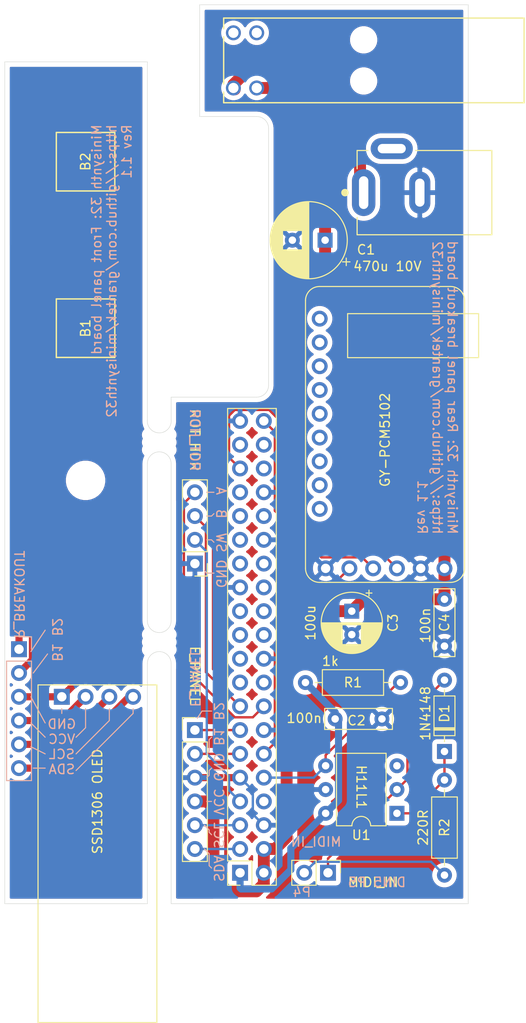
<source format=kicad_pcb>
(kicad_pcb (version 20171130) (host pcbnew 5.99.0+really5.1.9+dfsg1-1)
  (title_block (title "Minisynth 32: Rear panel breakout and front panel board") (rev 1.1) (company https://github.com/grantek/minisynth32) (comment 1 "ClumsyMIDI footprints (c) Andreas Zdziarstek") (comment 2 "(c) 2021 Grant King CC-BY-SA-4.0"))
  (layers (0 F.Cu signal) (31 B.Cu signal) (34 B.Paste user) (35 F.Paste user) (36 B.SilkS user) (37 F.SilkS user) (38 B.Mask user) (39 F.Mask user) (44 Edge.Cuts user))
  (net 0 "")
  (net 1 +5V)
  (net 2 GND)
  (net 3 I2S_LRCLK)
  (net 4 I2S_DATA)
  (net 5 I2S_BCLK)
  (net 6 "Net-(A1-Pad7)")
  (net 7 "Net-(A1-Pad8)")
  (net 8 "Net-(A1-Pad9)")
  (net 9 "Net-(A1-Pad10)")
  (net 10 "Net-(A1-Pad11)")
  (net 11 "Net-(A1-Pad12)")
  (net 12 "Net-(A1-Pad13)")
  (net 13 "Net-(A1-Pad14)")
  (net 14 "Net-(A1-Pad15)")
  (net 15 +3V3)
  (net 16 "Net-(D1-Pad2)")
  (net 17 "Net-(D1-Pad1)")
  (net 18 I2C_SDA)
  (net 19 I2C_SCL)
  (net 20 BTN2)
  (net 21 BTN1)
  (net 22 "/GPIO20(SPI1_MOSI)")
  (net 23 /GPIO26)
  (net 24 /GPIO16)
  (net 25 "/GPIO13(PWM1)")
  (net 26 "/GPIO12(PWM0)")
  (net 27 /GPIO6)
  (net 28 /GPIO5)
  (net 29 /ID_SC)
  (net 30 /ID_SD)
  (net 31 "/GPIO7(SPI1_CE_N)")
  (net 32 "/GPIO8(SPI0_CE_N)")
  (net 33 "/GPIO11(SPI0_CLK)")
  (net 34 "/GPIO25(GEN6)")
  (net 35 "/GPIO9(SPI0_MISO)")
  (net 36 "/GPIO10(SPI0_MOSI)")
  (net 37 "/GPIO24(GEN5)")
  (net 38 ENC_DAT)
  (net 39 ENC_CLK)
  (net 40 "/GPIO15(RXD0)")
  (net 41 "/GPIO14(TXD0)")
  (net 42 ENC_BTN)
  (net 43 "Net-(J3-Pad3)")
  (net 44 "Net-(J3-Pad1)")
  (net 45 "Net-(J5-Pad2)")
  (net 46 "Net-(U1-Pad3)")
  (net 47 "Net-(SW2-Pad4)")
  (net 48 "Net-(SW2-Pad3)")
  (net 49 "Net-(J2-Pad17)")
  (net 50 "Net-(J6-Pad6)")
  (net 51 "Net-(J6-Pad5)")
  (net 52 "Net-(J6-Pad4)")
  (net 53 "Net-(J6-Pad3)")
  (net 54 "Net-(J6-Pad2)")
  (net 55 "Net-(J6-Pad1)")
  (module Resistor_THT:R_Axial_DIN0207_L6.3mm_D2.5mm_P10.16mm_Horizontal (layer F.Cu) (at 154.051 116.332 180)
    (fp_text reference R1 (at 5.08 0) (layer F.SilkS))
    (fp_text value 1k (at 7.493 2.286) (layer F.SilkS))
    (pad 2 thru_hole oval (at 10.16 0 180) (size 1.6 1.6) (drill 0.8) (layers *.Cu *.Mask) (net 15 +3V3))
    (pad 1 thru_hole circle (at 0 0 180) (size 1.6 1.6) (drill 0.8) (layers *.Cu *.Mask) (net 40 "/GPIO15(RXD0)"))
  )
  (module Resistor_THT:R_Axial_DIN0207_L6.3mm_D2.5mm_P10.16mm_Horizontal (layer F.Cu) (at 158.75 136.906 90)
    (fp_text reference R2 (at 5.08 0 90) (layer F.SilkS))
    (fp_text value 220R (at 5.08 -2.286 90) (layer F.SilkS))
    (pad 2 thru_hole oval (at 10.16 0 90) (size 1.6 1.6) (drill 0.8) (layers *.Cu *.Mask) (net 17 "Net-(D1-Pad1)"))
    (pad 1 thru_hole circle (at 0 0 90) (size 1.6 1.6) (drill 0.8) (layers *.Cu *.Mask) (net 45 "Net-(J5-Pad2)"))
  )
  (module Capacitor_THT:CP_Radial_D6.3mm_P2.50mm (layer F.Cu) (at 148.844 108.712 270)
    (fp_text reference C3 (at 1.25 -4.4 90) (layer F.SilkS))
    (fp_text value 100u (at 1.25 4.4 90) (layer F.SilkS))
    (pad 2 thru_hole circle (at 2.5 0 270) (size 1.6 1.6) (drill 0.8) (layers *.Cu *.Mask) (net 2 GND))
    (pad 1 thru_hole rect (at 0 0 270) (size 1.6 1.6) (drill 0.8) (layers *.Cu *.Mask) (net 1 +5V))
  )
  (module minisynth32:SSD1306_128_32 (layer F.Cu) (at 121.666 134.62 90)
    (fp_text reference J7 hide)
    (fp_text value "SSD1306 OLED" (at 5.588 0 90) (layer F.SilkS))
    (pad 4 thru_hole oval (at 16.764 3.81 90) (size 1.7 1.7) (drill 1) (layers *.Cu *.Mask) (net 50 "Net-(J6-Pad6)"))
    (pad 3 thru_hole oval (at 16.764 1.27 90) (size 1.7 1.7) (drill 1) (layers *.Cu *.Mask) (net 51 "Net-(J6-Pad5)"))
    (pad 2 thru_hole oval (at 16.764 -1.27 90) (size 1.7 1.7) (drill 1) (layers *.Cu *.Mask) (net 52 "Net-(J6-Pad4)"))
    (pad 1 thru_hole rect (at 16.764 -3.81 90) (size 1.7 1.7) (drill 1) (layers *.Cu *.Mask) (net 53 "Net-(J6-Pad3)"))
  )
  (module minisynth32:TL3301AF160QG-nopaste (layer F.Cu) (at 120.396 60.706 90)
    (fp_text reference SW3 hide)
    (fp_text value B2 (at 0 0 90) (layer F.SilkS))
    (pad 1 smd rect (at -4.5974 2.2479 90) (size 1.524 0.762) (layers F.Cu F.Mask) (net 53 "Net-(J6-Pad3)"))
    (pad 3 smd rect (at -4.5974 -2.2479 90) (size 1.524 0.762) (layers F.Cu F.Mask) (net 55 "Net-(J6-Pad1)"))
    (pad 4 smd rect (at 4.5974 -2.2479 90) (size 1.524 0.762) (layers F.Cu F.Mask) (net 55 "Net-(J6-Pad1)"))
    (pad 2 smd rect (at 4.5974 2.2479 90) (size 1.524 0.762) (layers F.Cu F.Mask) (net 53 "Net-(J6-Pad3)"))
  )
  (module minisynth32:PB400EEQR1BLK (layer F.Cu) (at 136.1948 52.832 90)
    (fp_text reference SW2 hide)
    (fp_text value PB400EEQR1BLK hide)
    (pad 6 np_thru_hole circle (at 5.1435 13.9192 90) (size 1.905 1.905) (drill 1.905) (layers *.Cu *.Mask))
    (pad 5 np_thru_hole circle (at 0.7493 13.9192 90) (size 1.905 1.905) (drill 1.905) (layers *.Cu *.Mask))
    (pad 4 thru_hole circle (at 5.8928 2.4892 90) (size 1.6002 1.6002) (drill 1.0922) (layers *.Cu *.Mask) (net 47 "Net-(SW2-Pad4)"))
    (pad 3 thru_hole circle (at 5.8928 0 90) (size 1.6002 1.6002) (drill 1.0922) (layers *.Cu *.Mask) (net 48 "Net-(SW2-Pad3)"))
    (pad 2 thru_hole circle (at 0 2.4892 90) (size 1.6002 1.6002) (drill 1.0922) (layers *.Cu *.Mask) (net 1 +5V))
    (pad 1 thru_hole circle (at 0 0 90) (size 1.6002 1.6002) (drill 1.0922) (layers *.Cu *.Mask) (net 44 "Net-(J3-Pad1)"))
  )
  (module minisynth32:TL3301AF160QG-nopaste (layer F.Cu) (at 120.396 78.486 90)
    (fp_text reference SW1 hide)
    (fp_text value B1 (at 0 0 90) (layer F.SilkS))
    (pad 1 smd rect (at -4.5974 2.2479 90) (size 1.524 0.762) (layers F.Cu F.Mask) (net 53 "Net-(J6-Pad3)"))
    (pad 3 smd rect (at -4.5974 -2.2479 90) (size 1.524 0.762) (layers F.Cu F.Mask) (net 54 "Net-(J6-Pad2)"))
    (pad 4 smd rect (at 4.5974 -2.2479 90) (size 1.524 0.762) (layers F.Cu F.Mask) (net 54 "Net-(J6-Pad2)"))
    (pad 2 smd rect (at 4.5974 2.2479 90) (size 1.524 0.762) (layers F.Cu F.Mask) (net 53 "Net-(J6-Pad3)"))
  )
  (module minisynth32:PinHeader_1x06_P2.54mm_Vertical (layer B.Cu) (at 113.284 112.776 180)
    (fp_text reference J6 hide)
    (fp_text value R_BREAKOUT (at 0 5.842 -90 unlocked) (layer B.SilkS) (effects (justify mirror)))
    (pad 6 thru_hole oval (at 0 -12.7 180) (size 1.7 1.7) (drill 1) (layers *.Cu *.Mask) (net 50 "Net-(J6-Pad6)"))
    (pad 5 thru_hole oval (at 0 -10.16 180) (size 1.7 1.7) (drill 1) (layers *.Cu *.Mask) (net 51 "Net-(J6-Pad5)"))
    (pad 4 thru_hole oval (at 0 -7.62 180) (size 1.7 1.7) (drill 1) (layers *.Cu *.Mask) (net 52 "Net-(J6-Pad4)"))
    (pad 3 thru_hole oval (at 0 -5.08 180) (size 1.7 1.7) (drill 1) (layers *.Cu *.Mask) (net 53 "Net-(J6-Pad3)"))
    (pad 2 thru_hole oval (at 0 -2.54 180) (size 1.7 1.7) (drill 1) (layers *.Cu *.Mask) (net 54 "Net-(J6-Pad2)"))
    (pad 1 thru_hole rect (at 0 0 180) (size 1.7 1.7) (drill 1) (layers *.Cu *.Mask) (net 55 "Net-(J6-Pad1)"))
  )
  (module minisynth32:PinHeader_1x02_P2.54mm_Vertical (layer F.Cu) (at 146.304 136.652 270)
    (fp_text reference J5 hide)
    (fp_text value MIDI_IN (at 1.016 -4.826 180) (layer F.SilkS))
    (pad 2 thru_hole oval (at 0 2.54 270) (size 1.7 1.7) (drill 1) (layers *.Cu *.Mask) (net 45 "Net-(J5-Pad2)"))
    (pad 1 thru_hole rect (at 0 0 270) (size 1.7 1.7) (drill 1) (layers *.Cu *.Mask) (net 16 "Net-(D1-Pad2)"))
  )
  (module minisynth32:PinHeader_1x04_P2.54mm_Vertical (layer F.Cu) (at 132.08 103.632 180)
    (fp_text reference J4 hide)
    (fp_text value ROT_HDR (at 0 13.208 270 unlocked) (layer F.SilkS))
    (pad 4 thru_hole oval (at 0 7.62 180) (size 1.7 1.7) (drill 1) (layers *.Cu *.Mask) (net 38 ENC_DAT))
    (pad 3 thru_hole oval (at 0 5.08 180) (size 1.7 1.7) (drill 1) (layers *.Cu *.Mask) (net 39 ENC_CLK))
    (pad 2 thru_hole oval (at 0 2.54 180) (size 1.7 1.7) (drill 1) (layers *.Cu *.Mask) (net 42 ENC_BTN))
    (pad 1 thru_hole rect (at 0 0 180) (size 1.7 1.7) (drill 1) (layers *.Cu *.Mask) (net 2 GND))
  )
  (module minisynth32:CUI_PJ-002A (layer F.Cu) (at 150.114 64.008)
    (fp_text reference J3 hide)
    (fp_text value PJ-002A hide)
    (pad 3 thru_hole oval (at 3 -4.7) (size 4.5 2.25) (drill oval 3 1) (layers *.Cu *.Mask) (net 43 "Net-(J3-Pad3)"))
    (pad 2 thru_hole oval (at 6 0) (size 2.25 4.5) (drill oval 1 3) (layers *.Cu *.Mask) (net 2 GND))
    (pad 1 thru_hole oval (at 0 0) (size 2.5 5) (drill oval 1 3.5) (layers *.Cu *.Mask) (net 44 "Net-(J3-Pad1)"))
  )
  (module minisynth32:PinHeader_1x06_P2.54mm_Vertical (layer F.Cu) (at 132.08 121.412)
    (fp_text reference J1 hide)
    (fp_text value F_PANEL (at 0 -5.842 270 unlocked) (layer F.SilkS))
    (pad 6 thru_hole oval (at 0 12.7) (size 1.7 1.7) (drill 1) (layers *.Cu *.Mask) (net 18 I2C_SDA))
    (pad 5 thru_hole oval (at 0 10.16) (size 1.7 1.7) (drill 1) (layers *.Cu *.Mask) (net 19 I2C_SCL))
    (pad 4 thru_hole oval (at 0 7.62) (size 1.7 1.7) (drill 1) (layers *.Cu *.Mask) (net 1 +5V))
    (pad 3 thru_hole oval (at 0 5.08) (size 1.7 1.7) (drill 1) (layers *.Cu *.Mask) (net 2 GND))
    (pad 2 thru_hole oval (at 0 2.54) (size 1.7 1.7) (drill 1) (layers *.Cu *.Mask) (net 21 BTN1))
    (pad 1 thru_hole rect (at 0 0) (size 1.7 1.7) (drill 1) (layers *.Cu *.Mask) (net 20 BTN2))
  )
  (module minisynth32:GY-PCM5102 (layer F.Cu) (at 152.4 89.835 90)
    (fp_text reference A1 hide)
    (fp_text value GY-PCM5102 (at -0.589 0 90) (layer F.SilkS))
    (pad 6 thru_hole circle (at -14.305 6.35 90) (size 1.7 1.7) (drill 1) (layers *.Cu *.Mask) (net 1 +5V))
    (pad 5 thru_hole circle (at -14.305 3.81 90) (size 1.7 1.7) (drill 1) (layers *.Cu *.Mask) (net 2 GND))
    (pad 4 thru_hole circle (at -14.305 1.27 90) (size 1.7 1.7) (drill 1) (layers *.Cu *.Mask) (net 3 I2S_LRCLK))
    (pad 3 thru_hole circle (at -14.305 -1.27 90) (size 1.7 1.7) (drill 1) (layers *.Cu *.Mask) (net 4 I2S_DATA))
    (pad 2 thru_hole circle (at -14.305 -3.81 90) (size 1.7 1.7) (drill 1) (layers *.Cu *.Mask) (net 5 I2S_BCLK))
    (pad 1 thru_hole circle (at -14.305 -6.35 90) (size 1.7 1.7) (drill 1) (layers *.Cu *.Mask) (net 2 GND))
    (pad 7 thru_hole circle (at 12.365 -6.985 90) (size 1.7 1.7) (drill 1) (layers *.Cu *.Mask) (net 6 "Net-(A1-Pad7)"))
    (pad 8 thru_hole circle (at 9.825 -6.985 90) (size 1.7 1.7) (drill 1) (layers *.Cu *.Mask) (net 7 "Net-(A1-Pad8)"))
    (pad 9 thru_hole circle (at 7.285 -6.985 90) (size 1.7 1.7) (drill 1) (layers *.Cu *.Mask) (net 8 "Net-(A1-Pad9)"))
    (pad 10 thru_hole circle (at 4.745 -6.985 90) (size 1.7 1.7) (drill 1) (layers *.Cu *.Mask) (net 9 "Net-(A1-Pad10)"))
    (pad 11 thru_hole circle (at 2.205 -6.985 90) (size 1.7 1.7) (drill 1) (layers *.Cu *.Mask) (net 10 "Net-(A1-Pad11)"))
    (pad 12 thru_hole circle (at -0.335 -6.985 90) (size 1.7 1.7) (drill 1) (layers *.Cu *.Mask) (net 11 "Net-(A1-Pad12)"))
    (pad 13 thru_hole circle (at -2.875 -6.985 90) (size 1.7 1.7) (drill 1) (layers *.Cu *.Mask) (net 12 "Net-(A1-Pad13)"))
    (pad 14 thru_hole circle (at -5.415 -6.985 90) (size 1.7 1.7) (drill 1) (layers *.Cu *.Mask) (net 13 "Net-(A1-Pad14)"))
    (pad 15 thru_hole circle (at -7.955 -6.985 90) (size 1.7 1.7) (drill 1) (layers *.Cu *.Mask) (net 14 "Net-(A1-Pad15)"))
  )
  (module minisynth32:mouse-bite-2.54mm-slot (layer F.Cu) (at 128.27 112.014 90)
    (fp_text reference mouse-bite-2.54mm-slot hide)
    (fp_text value VAL** hide)
    (pad "" np_thru_hole circle (at 0.8 1.1 90) (size 0.5 0.5) (drill 0.5) (layers *.Cu *.Mask))
    (pad "" np_thru_hole circle (at -0.8 1.1 90) (size 0.5 0.5) (drill 0.5) (layers *.Cu *.Mask))
    (pad "" np_thru_hole circle (at -0.8 -1.1 90) (size 0.5 0.5) (drill 0.5) (layers *.Cu *.Mask))
    (pad "" np_thru_hole circle (at 0.8 -1.1 90) (size 0.5 0.5) (drill 0.5) (layers *.Cu *.Mask))
    (pad "" np_thru_hole circle (at 0 1.1 90) (size 0.5 0.5) (drill 0.5) (layers *.Cu *.Mask))
    (pad "" np_thru_hole circle (at 0 -1.1 90) (size 0.5 0.5) (drill 0.5) (layers *.Cu *.Mask))
  )
  (module minisynth32:mouse-bite-2.54mm-slot (layer F.Cu) (at 128.27 90.678 90)
    (fp_text reference mouse-bite-2.54mm-slot hide)
    (fp_text value VAL** hide)
    (pad "" np_thru_hole circle (at 0 -1.1 90) (size 0.5 0.5) (drill 0.5) (layers *.Cu *.Mask))
    (pad "" np_thru_hole circle (at 0 1.1 90) (size 0.5 0.5) (drill 0.5) (layers *.Cu *.Mask))
    (pad "" np_thru_hole circle (at 0.8 -1.1 90) (size 0.5 0.5) (drill 0.5) (layers *.Cu *.Mask))
    (pad "" np_thru_hole circle (at -0.8 -1.1 90) (size 0.5 0.5) (drill 0.5) (layers *.Cu *.Mask))
    (pad "" np_thru_hole circle (at -0.8 1.1 90) (size 0.5 0.5) (drill 0.5) (layers *.Cu *.Mask))
    (pad "" np_thru_hole circle (at 0.8 1.1 90) (size 0.5 0.5) (drill 0.5) (layers *.Cu *.Mask))
  )
  (module MountingHole:MountingHole_3.2mm_M3 (layer F.Cu) (at 120.396 94.742)
    (fp_text reference REF** hide)
    (fp_text value MountingHole_3.2mm_M3 hide)
    (pad 1 np_thru_hole circle (at 0 0) (size 3.2 3.2) (drill 3.2) (layers *.Cu *.Mask))
  )
  (module Package_DIP:DIP-6_W7.62mm (layer F.Cu) (at 153.67 130.302 180)
    (fp_text reference U1 (at 3.81 -2.33) (layer F.SilkS))
    (fp_text value H11L1 (at 3.81 2.794 270 unlocked) (layer F.SilkS))
    (pad 6 thru_hole oval (at 7.62 0 180) (size 1.6 1.6) (drill 0.8) (layers *.Cu *.Mask) (net 15 +3V3))
    (pad 3 thru_hole oval (at 0 5.08 180) (size 1.6 1.6) (drill 0.8) (layers *.Cu *.Mask) (net 46 "Net-(U1-Pad3)"))
    (pad 5 thru_hole oval (at 7.62 2.54 180) (size 1.6 1.6) (drill 0.8) (layers *.Cu *.Mask) (net 2 GND))
    (pad 2 thru_hole oval (at 0 2.54 180) (size 1.6 1.6) (drill 0.8) (layers *.Cu *.Mask) (net 16 "Net-(D1-Pad2)"))
    (pad 4 thru_hole oval (at 7.62 5.08 180) (size 1.6 1.6) (drill 0.8) (layers *.Cu *.Mask) (net 40 "/GPIO15(RXD0)"))
    (pad 1 thru_hole rect (at 0 0 180) (size 1.6 1.6) (drill 0.8) (layers *.Cu *.Mask) (net 17 "Net-(D1-Pad1)"))
  )
  (module Connector_PinSocket_2.54mm:PinSocket_2x20_P2.54mm_Vertical (layer F.Cu) (at 136.906 136.652 180)
    (fp_text reference J2 hide)
    (fp_text value Conn_02x20_Odd_Even hide)
    (pad 40 thru_hole oval (at -2.54 48.26 180) (size 1.7 1.7) (drill 1) (layers *.Cu *.Mask) (net 4 I2S_DATA))
    (pad 39 thru_hole oval (at 0 48.26 180) (size 1.7 1.7) (drill 1) (layers *.Cu *.Mask) (net 2 GND))
    (pad 38 thru_hole oval (at -2.54 45.72 180) (size 1.7 1.7) (drill 1) (layers *.Cu *.Mask) (net 22 "/GPIO20(SPI1_MOSI)"))
    (pad 37 thru_hole oval (at 0 45.72 180) (size 1.7 1.7) (drill 1) (layers *.Cu *.Mask) (net 23 /GPIO26))
    (pad 36 thru_hole oval (at -2.54 43.18 180) (size 1.7 1.7) (drill 1) (layers *.Cu *.Mask) (net 24 /GPIO16))
    (pad 35 thru_hole oval (at 0 43.18 180) (size 1.7 1.7) (drill 1) (layers *.Cu *.Mask) (net 3 I2S_LRCLK))
    (pad 34 thru_hole oval (at -2.54 40.64 180) (size 1.7 1.7) (drill 1) (layers *.Cu *.Mask) (net 2 GND))
    (pad 33 thru_hole oval (at 0 40.64 180) (size 1.7 1.7) (drill 1) (layers *.Cu *.Mask) (net 25 "/GPIO13(PWM1)"))
    (pad 32 thru_hole oval (at -2.54 38.1 180) (size 1.7 1.7) (drill 1) (layers *.Cu *.Mask) (net 26 "/GPIO12(PWM0)"))
    (pad 31 thru_hole oval (at 0 38.1 180) (size 1.7 1.7) (drill 1) (layers *.Cu *.Mask) (net 27 /GPIO6))
    (pad 30 thru_hole oval (at -2.54 35.56 180) (size 1.7 1.7) (drill 1) (layers *.Cu *.Mask) (net 2 GND))
    (pad 29 thru_hole oval (at 0 35.56 180) (size 1.7 1.7) (drill 1) (layers *.Cu *.Mask) (net 28 /GPIO5))
    (pad 28 thru_hole oval (at -2.54 33.02 180) (size 1.7 1.7) (drill 1) (layers *.Cu *.Mask) (net 29 /ID_SC))
    (pad 27 thru_hole oval (at 0 33.02 180) (size 1.7 1.7) (drill 1) (layers *.Cu *.Mask) (net 30 /ID_SD))
    (pad 26 thru_hole oval (at -2.54 30.48 180) (size 1.7 1.7) (drill 1) (layers *.Cu *.Mask) (net 31 "/GPIO7(SPI1_CE_N)"))
    (pad 25 thru_hole oval (at 0 30.48 180) (size 1.7 1.7) (drill 1) (layers *.Cu *.Mask) (net 2 GND))
    (pad 24 thru_hole oval (at -2.54 27.94 180) (size 1.7 1.7) (drill 1) (layers *.Cu *.Mask) (net 32 "/GPIO8(SPI0_CE_N)"))
    (pad 23 thru_hole oval (at 0 27.94 180) (size 1.7 1.7) (drill 1) (layers *.Cu *.Mask) (net 33 "/GPIO11(SPI0_CLK)"))
    (pad 22 thru_hole oval (at -2.54 25.4 180) (size 1.7 1.7) (drill 1) (layers *.Cu *.Mask) (net 34 "/GPIO25(GEN6)"))
    (pad 21 thru_hole oval (at 0 25.4 180) (size 1.7 1.7) (drill 1) (layers *.Cu *.Mask) (net 35 "/GPIO9(SPI0_MISO)"))
    (pad 20 thru_hole oval (at -2.54 22.86 180) (size 1.7 1.7) (drill 1) (layers *.Cu *.Mask) (net 2 GND))
    (pad 19 thru_hole oval (at 0 22.86 180) (size 1.7 1.7) (drill 1) (layers *.Cu *.Mask) (net 36 "/GPIO10(SPI0_MOSI)"))
    (pad 18 thru_hole oval (at -2.54 20.32 180) (size 1.7 1.7) (drill 1) (layers *.Cu *.Mask) (net 37 "/GPIO24(GEN5)"))
    (pad 17 thru_hole oval (at 0 20.32 180) (size 1.7 1.7) (drill 1) (layers *.Cu *.Mask) (net 49 "Net-(J2-Pad17)"))
    (pad 16 thru_hole oval (at -2.54 17.78 180) (size 1.7 1.7) (drill 1) (layers *.Cu *.Mask) (net 38 ENC_DAT))
    (pad 15 thru_hole oval (at 0 17.78 180) (size 1.7 1.7) (drill 1) (layers *.Cu *.Mask) (net 39 ENC_CLK))
    (pad 14 thru_hole oval (at -2.54 15.24 180) (size 1.7 1.7) (drill 1) (layers *.Cu *.Mask) (net 2 GND))
    (pad 13 thru_hole oval (at 0 15.24 180) (size 1.7 1.7) (drill 1) (layers *.Cu *.Mask) (net 20 BTN2))
    (pad 12 thru_hole oval (at -2.54 12.7 180) (size 1.7 1.7) (drill 1) (layers *.Cu *.Mask) (net 5 I2S_BCLK))
    (pad 11 thru_hole oval (at 0 12.7 180) (size 1.7 1.7) (drill 1) (layers *.Cu *.Mask) (net 21 BTN1))
    (pad 10 thru_hole oval (at -2.54 10.16 180) (size 1.7 1.7) (drill 1) (layers *.Cu *.Mask) (net 40 "/GPIO15(RXD0)"))
    (pad 9 thru_hole oval (at 0 10.16 180) (size 1.7 1.7) (drill 1) (layers *.Cu *.Mask) (net 2 GND))
    (pad 8 thru_hole oval (at -2.54 7.62 180) (size 1.7 1.7) (drill 1) (layers *.Cu *.Mask) (net 41 "/GPIO14(TXD0)"))
    (pad 7 thru_hole oval (at 0 7.62 180) (size 1.7 1.7) (drill 1) (layers *.Cu *.Mask) (net 42 ENC_BTN))
    (pad 6 thru_hole oval (at -2.54 5.08 180) (size 1.7 1.7) (drill 1) (layers *.Cu *.Mask) (net 2 GND))
    (pad 5 thru_hole oval (at 0 5.08 180) (size 1.7 1.7) (drill 1) (layers *.Cu *.Mask) (net 19 I2C_SCL))
    (pad 4 thru_hole oval (at -2.54 2.54 180) (size 1.7 1.7) (drill 1) (layers *.Cu *.Mask) (net 1 +5V))
    (pad 3 thru_hole oval (at 0 2.54 180) (size 1.7 1.7) (drill 1) (layers *.Cu *.Mask) (net 18 I2C_SDA))
    (pad 2 thru_hole oval (at -2.54 0 180) (size 1.7 1.7) (drill 1) (layers *.Cu *.Mask) (net 1 +5V))
    (pad 1 thru_hole rect (at 0 0 180) (size 1.7 1.7) (drill 1) (layers *.Cu *.Mask) (net 15 +3V3))
  )
  (module Diode_THT:D_DO-35_SOD27_P7.62mm_Horizontal (layer F.Cu) (at 158.75 123.698 90)
    (fp_text reference D1 (at 4.064 0 90) (layer F.SilkS))
    (fp_text value 1N4148 (at 4.064 -2.032 90) (layer F.SilkS))
    (pad 2 thru_hole oval (at 7.62 0 90) (size 1.6 1.6) (drill 0.8) (layers *.Cu *.Mask) (net 16 "Net-(D1-Pad2)"))
    (pad 1 thru_hole rect (at 0 0 90) (size 1.6 1.6) (drill 0.8) (layers *.Cu *.Mask) (net 17 "Net-(D1-Pad1)"))
  )
  (module Capacitor_THT:C_Rect_L7.0mm_W2.0mm_P5.00mm (layer F.Cu) (at 158.75 107.442 270)
    (fp_text reference C4 (at 2.5 0 90 unlocked) (layer F.SilkS))
    (fp_text value 100n (at 2.794 2.032 90) (layer F.SilkS))
    (pad 2 thru_hole circle (at 5 0 270) (size 1.6 1.6) (drill 0.8) (layers *.Cu *.Mask) (net 2 GND))
    (pad 1 thru_hole circle (at 0 0 270) (size 1.6 1.6) (drill 0.8) (layers *.Cu *.Mask) (net 1 +5V))
  )
  (module Capacitor_THT:C_Rect_L7.0mm_W2.0mm_P5.00mm (layer F.Cu) (at 147.066 120.222)
    (fp_text reference C2 (at 2.286 0.174) (layer F.SilkS))
    (fp_text value 100n (at -3.302 -0.08) (layer F.SilkS))
    (pad 2 thru_hole circle (at 5 0) (size 1.6 1.6) (drill 0.8) (layers *.Cu *.Mask) (net 2 GND))
    (pad 1 thru_hole circle (at 0 0) (size 1.6 1.6) (drill 0.8) (layers *.Cu *.Mask) (net 15 +3V3))
  )
  (module Capacitor_THT:CP_Radial_D8.0mm_P3.50mm (layer F.Cu) (at 145.994 69.088 180)
    (fp_text reference C1 (at -4.374 -1.016) (layer F.SilkS))
    (fp_text value "470u 10V" (at -6.66 -2.794) (layer F.SilkS))
    (pad 2 thru_hole circle (at 3.5 0 180) (size 1.6 1.6) (drill 0.8) (layers *.Cu *.Mask) (net 2 GND))
    (pad 1 thru_hole rect (at 0 0 180) (size 1.6 1.6) (drill 0.8) (layers *.Cu *.Mask) (net 1 +5V))
  )
  (gr_arc (start 128.27 88.392) (end 127 88.265) (angle -191.4211863) (layer Edge.Cuts) (width 0.05))
  (gr_text ROT_HDR (at 132.08 90.424 -90) (layer B.SilkS) (effects (font (size 1 1)) (justify mirror)))
  (gr_line (start 133.604 134.62) (end 133.096 134.112) (layer B.SilkS) (width 0.12))
  (gr_line (start 133.604 135.89) (end 133.604 134.62) (layer B.SilkS) (width 0.12))
  (gr_line (start 133.858 136.144) (end 133.604 135.89) (layer B.SilkS) (width 0.12))
  (gr_line (start 133.604 132.08) (end 133.096 131.572) (layer B.SilkS) (width 0.12))
  (gr_line (start 133.604 132.334) (end 133.604 132.08) (layer B.SilkS) (width 0.12))
  (gr_line (start 133.858 132.588) (end 133.604 132.334) (layer B.SilkS) (width 0.12))
  (gr_arc (start 128.27 92.964) (end 129.54 92.964) (angle -180) (layer Edge.Cuts) (width 0.05))
  (gr_text MIDI_IN (at 145.034 133.35) (layer B.SilkS) (effects (font (size 1 1)) (justify mirror)))
  (gr_text F_PANEL (at 132.08 115.824 -90) (layer B.SilkS) (effects (font (size 1 1)) (justify mirror)))
  (gr_arc (start 128.27 109.728) (end 127 109.728) (angle -180) (layer Edge.Cuts) (width 0.05))
  (gr_arc (start 128.27 114.3) (end 129.54 114.3) (angle -180) (layer Edge.Cuts) (width 0.05))
  (gr_line (start 129.54 114.3) (end 129.54 139.954) (layer Edge.Cuts) (width 0.05))
  (gr_line (start 127 139.954) (end 127 114.3) (layer Edge.Cuts) (width 0.05))
  (gr_line (start 127 109.728) (end 127 92.964) (layer Edge.Cuts) (width 0.05))
  (gr_line (start 129.54 92.964) (end 129.54 109.728) (layer Edge.Cuts) (width 0.05))
  (gr_line (start 132.588 55.88) (end 132.588 43.942) (layer Edge.Cuts) (width 0.05))
  (gr_line (start 129.54 88.265) (end 129.54 85.852) (layer Edge.Cuts) (width 0.05))
  (gr_line (start 127 50.038) (end 127 88.265) (layer Edge.Cuts) (width 0.05))
  (gr_line (start 139.954 84.582) (end 139.954 57.15) (layer Edge.Cuts) (width 0.05))
  (gr_arc (start 138.684 57.15) (end 139.954 57.15) (angle -90) (layer Edge.Cuts) (width 0.05))
  (gr_line (start 138.684 85.852) (end 129.54 85.852) (layer Edge.Cuts) (width 0.05))
  (gr_arc (start 138.684 84.582) (end 138.684 85.852) (angle -90) (layer Edge.Cuts) (width 0.05))
  (gr_line (start 138.684 55.88) (end 132.588 55.88) (layer Edge.Cuts) (width 0.05))
  (gr_text "Minisynth 32: Rear panel breakout board\nhttps://github.com/grantek/minisynth32\nRev 1.1" (at 157.988 100.584 -90) (layer B.SilkS) (effects (font (size 1 1)) (justify left mirror)))
  (gr_text "Minisynth 32: Front panel board\nhttps://github.com/grantek/minisynth32\nRev 1.1" (at 123.19 56.642 90) (layer B.SilkS) (effects (font (size 1 1)) (justify left mirror)))
  (gr_line (start 133.35 104.648) (end 133.096 104.394) (layer B.SilkS) (width 0.12))
  (gr_line (start 134.112 104.648) (end 133.35 104.648) (layer B.SilkS) (width 0.12))
  (gr_line (start 133.858 101.092) (end 133.35 101.092) (layer B.SilkS) (width 0.12))
  (gr_line (start 134.112 101.346) (end 133.858 101.092) (layer B.SilkS) (width 0.12))
  (gr_line (start 133.858 98.552) (end 133.35 98.552) (layer B.SilkS) (width 0.12))
  (gr_line (start 134.112 98.298) (end 133.858 98.552) (layer B.SilkS) (width 0.12))
  (gr_line (start 133.35 96.012) (end 134.112 96.012) (layer B.SilkS) (width 0.12))
  (gr_line (start 133.604 123.698) (end 133.35 123.952) (layer B.SilkS) (width 0.12))
  (gr_line (start 133.604 123.444) (end 133.604 123.698) (layer B.SilkS) (width 0.12))
  (gr_line (start 133.604 122.428) (end 133.604 123.444) (layer B.SilkS) (width 0.12))
  (gr_line (start 133.858 122.174) (end 133.604 122.428) (layer B.SilkS) (width 0.12))
  (gr_line (start 133.604 126.238) (end 133.35 126.492) (layer B.SilkS) (width 0.12))
  (gr_line (start 133.604 125.73) (end 133.604 126.238) (layer B.SilkS) (width 0.12))
  (gr_line (start 133.858 125.476) (end 133.604 125.73) (layer B.SilkS) (width 0.12))
  (gr_line (start 133.858 129.032) (end 133.35 129.032) (layer B.SilkS) (width 0.12))
  (gr_line (start 132.842 119.38) (end 132.334 120.142) (layer B.SilkS) (width 0.12))
  (gr_line (start 133.858 119.38) (end 132.842 119.38) (layer B.SilkS) (width 0.12))
  (gr_text "GND SW  B  A" (at 134.874 100.838 -90) (layer B.SilkS) (effects (font (size 1 1)) (justify mirror)))
  (gr_line (start 125.476 119.634) (end 125.476 119.126) (layer B.SilkS) (width 0.12))
  (gr_line (start 119.38 125.73) (end 125.476 119.634) (layer B.SilkS) (width 0.12))
  (gr_line (start 122.936 120.396) (end 122.936 119.126) (layer B.SilkS) (width 0.12))
  (gr_line (start 119.38 123.952) (end 122.936 120.396) (layer B.SilkS) (width 0.12))
  (gr_line (start 120.396 121.158) (end 120.396 119.126) (layer B.SilkS) (width 0.12))
  (gr_line (start 119.38 122.174) (end 120.396 121.158) (layer B.SilkS) (width 0.12))
  (gr_line (start 117.856 119.634) (end 117.856 119.126) (layer B.SilkS) (width 0.12))
  (gr_line (start 116.078 120.65) (end 114.554 117.856) (layer B.SilkS) (width 0.12))
  (gr_line (start 116.078 122.174) (end 114.554 120.65) (layer B.SilkS) (width 0.12))
  (gr_line (start 116.078 123.952) (end 114.554 123.19) (layer B.SilkS) (width 0.12))
  (gr_line (start 116.078 125.476) (end 114.808 125.476) (layer B.SilkS) (width 0.12))
  (gr_text "GND\nVCC\nSCL\nSDA" (at 117.856 123.19) (layer B.SilkS) (effects (font (size 1 1)) (justify mirror)))
  (gr_line (start 116.078 110.744) (end 114.554 113.03) (layer B.SilkS) (width 0.12))
  (gr_line (start 116.332 113.284) (end 114.808 115.316) (layer B.SilkS) (width 0.12))
  (gr_text "B1 B2" (at 117.348 111.76 -90) (layer B.SilkS) (effects (font (size 1 1)) (justify mirror)))
  (gr_line (start 111.76 139.954) (end 127 139.954) (layer Edge.Cuts) (width 0.05))
  (gr_line (start 111.76 50.038) (end 111.76 139.954) (layer Edge.Cuts) (width 0.05))
  (gr_line (start 127 50.038) (end 111.76 50.038) (layer Edge.Cuts) (width 0.05))
  (gr_text "SDA SCL VCC GND B1 B2" (at 134.62 128.016 -90) (layer B.SilkS) (effects (font (size 1 1)) (justify mirror)))
  (gr_text "DIN5 P5" (at 148.336 137.668) (layer B.SilkS) (effects (font (size 1 1)) (justify right mirror)))
  (gr_text "\nP4" (at 143.51 137.922) (layer B.SilkS) (effects (font (size 1 1)) (justify mirror)))
  (gr_line (start 161.29 43.942) (end 132.588 43.942) (layer Edge.Cuts) (width 0.05))
  (gr_line (start 161.29 139.954) (end 161.29 43.942) (layer Edge.Cuts) (width 0.05))
  (gr_line (start 129.54 139.954) (end 161.29 139.954) (layer Edge.Cuts) (width 0.05))
  (segment (start 139.446 136.652) (end 139.446 134.112) (width 1.27) (layer F.Cu) (net 1))
  (segment (start 158.75 104.14) (end 158.75 84.892) (width 1.27) (layer F.Cu) (net 1))
  (segment (start 145.994 72.136) (end 158.75 84.892) (width 1.27) (layer F.Cu) (net 1))
  (segment (start 145.994 69.088) (end 145.994 72.136) (width 1.27) (layer F.Cu) (net 1))
  (segment (start 138.684 52.832) (end 142.494 52.832) (width 1.27) (layer F.Cu) (net 1))
  (segment (start 142.494 52.832) (end 146.05 56.388) (width 1.27) (layer F.Cu) (net 1))
  (segment (start 145.994 56.444) (end 145.994 69.088) (width 1.27) (layer F.Cu) (net 1))
  (segment (start 146.05 56.388) (end 145.994 56.444) (width 1.27) (layer F.Cu) (net 1))
  (segment (start 158.75 104.14) (end 158.75 107.442) (width 1.27) (layer F.Cu) (net 1))
  (segment (start 150.114 107.442) (end 148.844 108.712) (width 1.27) (layer F.Cu) (net 1))
  (segment (start 158.75 107.442) (end 156.21 107.442) (width 1.27) (layer F.Cu) (net 1))
  (segment (start 154.94 107.442) (end 150.114 107.442) (width 1.27) (layer F.Cu) (net 1))
  (segment (start 156.21 107.442) (end 154.94 107.442) (width 1.27) (layer F.Cu) (net 1))
  (segment (start 141.881011 132.87907) (end 140.648081 134.112) (width 1.27) (layer F.Cu) (net 1))
  (segment (start 141.881011 113.604989) (end 141.881011 132.87907) (width 1.27) (layer F.Cu) (net 1))
  (segment (start 146.774 108.712) (end 141.881011 113.604989) (width 1.27) (layer F.Cu) (net 1))
  (segment (start 140.648081 134.112) (end 139.446 134.112) (width 1.27) (layer F.Cu) (net 1))
  (segment (start 148.844 108.712) (end 146.774 108.712) (width 1.27) (layer F.Cu) (net 1))
  (segment (start 134.065001 129.747001) (end 133.35 129.032) (width 1.27) (layer F.Cu) (net 1))
  (segment (start 134.065001 137.554003) (end 134.065001 129.747001) (width 1.27) (layer F.Cu) (net 1))
  (segment (start 135.147999 138.637001) (end 134.065001 137.554003) (width 1.27) (layer F.Cu) (net 1))
  (segment (start 138.664001 138.637001) (end 135.147999 138.637001) (width 1.27) (layer F.Cu) (net 1))
  (segment (start 139.446 137.855002) (end 138.664001 138.637001) (width 1.27) (layer F.Cu) (net 1))
  (segment (start 133.35 129.032) (end 132.08 129.032) (width 1.27) (layer F.Cu) (net 1))
  (segment (start 139.446 136.652) (end 139.446 137.855002) (width 1.27) (layer F.Cu) (net 1))
  (segment (start 136.906 126.492) (end 132.08 126.492) (width 0.76) (layer F.Cu) (net 2))
  (segment (start 138.270999 130.396999) (end 138.270999 127.856999) (width 0.25) (layer B.Cu) (net 2))
  (segment (start 138.270999 127.856999) (end 136.906 126.492) (width 0.25) (layer B.Cu) (net 2))
  (segment (start 139.446 131.572) (end 138.270999 130.396999) (width 0.25) (layer B.Cu) (net 2))
  (segment (start 135.730999 87.827999) (end 135.730999 92.296999) (width 0.25) (layer F.Cu) (net 3))
  (segment (start 140.010001 87.216999) (end 136.341999 87.216999) (width 0.25) (layer F.Cu) (net 3))
  (segment (start 141.071011 88.278009) (end 140.010001 87.216999) (width 0.25) (layer F.Cu) (net 3))
  (segment (start 136.341999 87.216999) (end 135.730999 87.827999) (width 0.25) (layer F.Cu) (net 3))
  (segment (start 141.071011 97.637011) (end 141.071011 88.278009) (width 0.25) (layer F.Cu) (net 3))
  (segment (start 145.948989 102.514989) (end 141.071011 97.637011) (width 0.25) (layer F.Cu) (net 3))
  (segment (start 152.044989 102.514989) (end 145.948989 102.514989) (width 0.25) (layer F.Cu) (net 3))
  (segment (start 135.730999 92.296999) (end 136.906 93.472) (width 0.25) (layer F.Cu) (net 3))
  (segment (start 153.67 104.14) (end 152.044989 102.514989) (width 0.25) (layer F.Cu) (net 3))
  (segment (start 140.621001 89.567001) (end 139.446 88.392) (width 0.25) (layer F.Cu) (net 4))
  (segment (start 140.621001 97.987999) (end 140.621001 89.567001) (width 0.25) (layer F.Cu) (net 4))
  (segment (start 145.598001 102.964999) (end 140.621001 97.987999) (width 0.25) (layer F.Cu) (net 4))
  (segment (start 149.954999 102.964999) (end 145.598001 102.964999) (width 0.25) (layer F.Cu) (net 4))
  (segment (start 151.13 104.14) (end 149.954999 102.964999) (width 0.25) (layer F.Cu) (net 4))
  (segment (start 140.621001 122.776999) (end 139.446 123.952) (width 0.25) (layer F.Cu) (net 5))
  (segment (start 140.621001 112.108999) (end 140.621001 122.776999) (width 0.25) (layer F.Cu) (net 5))
  (segment (start 148.59 104.14) (end 140.621001 112.108999) (width 0.25) (layer F.Cu) (net 5))
  (segment (start 142.333999 134.018001) (end 146.05 130.302) (width 0.76) (layer B.Cu) (net 15))
  (segment (start 142.333999 136.324403) (end 142.333999 134.018001) (width 0.76) (layer B.Cu) (net 15))
  (segment (start 140.276401 138.382001) (end 142.333999 136.324403) (width 0.76) (layer B.Cu) (net 15))
  (segment (start 137.026001 138.382001) (end 140.276401 138.382001) (width 0.76) (layer B.Cu) (net 15))
  (segment (start 136.906 138.262) (end 137.026001 138.382001) (width 0.76) (layer B.Cu) (net 15))
  (segment (start 136.906 136.652) (end 136.906 138.262) (width 0.76) (layer B.Cu) (net 15))
  (segment (start 147.430001 120.586001) (end 147.066 120.222) (width 0.76) (layer B.Cu) (net 15))
  (segment (start 147.430001 128.921999) (end 147.430001 120.586001) (width 0.76) (layer B.Cu) (net 15))
  (segment (start 146.05 130.302) (end 147.430001 128.921999) (width 0.76) (layer B.Cu) (net 15))
  (segment (start 147.066 119.507) (end 143.891 116.332) (width 0.76) (layer B.Cu) (net 15))
  (segment (start 147.066 120.222) (end 147.066 119.507) (width 0.76) (layer B.Cu) (net 15))
  (segment (start 146.304 135.128) (end 153.67 127.762) (width 0.25) (layer F.Cu) (net 16))
  (segment (start 146.304 136.652) (end 146.304 135.128) (width 0.25) (layer F.Cu) (net 16))
  (segment (start 154.795001 120.032999) (end 158.75 116.078) (width 0.25) (layer F.Cu) (net 16))
  (segment (start 154.795001 126.636999) (end 154.795001 120.032999) (width 0.25) (layer F.Cu) (net 16))
  (segment (start 153.67 127.762) (end 154.795001 126.636999) (width 0.25) (layer F.Cu) (net 16))
  (segment (start 158.75 123.698) (end 158.75 126.746) (width 0.25) (layer F.Cu) (net 17))
  (segment (start 155.194 130.302) (end 158.75 126.746) (width 0.25) (layer F.Cu) (net 17))
  (segment (start 153.67 130.302) (end 155.194 130.302) (width 0.25) (layer F.Cu) (net 17))
  (segment (start 132.08 134.112) (end 131.826 134.112) (width 0.25) (layer F.Cu) (net 18))
  (segment (start 136.906 134.366) (end 136.906 134.112) (width 0.25) (layer B.Cu) (net 18))
  (segment (start 132.08 134.112) (end 136.906 134.112) (width 0.25) (layer B.Cu) (net 18))
  (segment (start 136.906 131.826) (end 136.906 131.572) (width 0.25) (layer B.Cu) (net 19))
  (segment (start 132.08 131.572) (end 136.906 131.572) (width 0.25) (layer B.Cu) (net 19))
  (segment (start 132.08 121.412) (end 136.906 121.412) (width 0.25) (layer F.Cu) (net 20))
  (segment (start 136.906 124.206) (end 136.906 123.952) (width 0.25) (layer F.Cu) (net 21))
  (segment (start 132.08 123.952) (end 136.906 123.952) (width 0.25) (layer F.Cu) (net 21))
  (segment (start 136.341999 120.047001) (end 130.904999 114.610001) (width 0.25) (layer F.Cu) (net 38))
  (segment (start 138.270999 120.047001) (end 136.341999 120.047001) (width 0.25) (layer F.Cu) (net 38))
  (segment (start 139.446 118.872) (end 138.270999 120.047001) (width 0.25) (layer F.Cu) (net 38))
  (segment (start 130.904999 97.187001) (end 132.08 96.012) (width 0.25) (layer F.Cu) (net 38))
  (segment (start 130.904999 114.610001) (end 130.904999 97.187001) (width 0.25) (layer F.Cu) (net 38))
  (segment (start 136.906 118.872) (end 133.255001 115.221001) (width 0.25) (layer F.Cu) (net 39))
  (segment (start 133.255001 99.727001) (end 132.08 98.552) (width 0.25) (layer F.Cu) (net 39))
  (segment (start 133.255001 115.221001) (end 133.255001 99.727001) (width 0.25) (layer F.Cu) (net 39))
  (segment (start 144.78 126.492) (end 146.05 125.222) (width 0.25) (layer B.Cu) (net 40))
  (segment (start 139.446 126.492) (end 144.78 126.492) (width 0.25) (layer B.Cu) (net 40))
  (segment (start 153.80863 116.332) (end 154.051 116.332) (width 0.25) (layer F.Cu) (net 40))
  (segment (start 146.05 124.09063) (end 153.80863 116.332) (width 0.25) (layer F.Cu) (net 40))
  (segment (start 146.05 125.222) (end 146.05 124.09063) (width 0.25) (layer F.Cu) (net 40))
  (segment (start 135.730999 126.332999) (end 133.35 123.952) (width 0.25) (layer B.Cu) (net 42))
  (segment (start 135.730999 127.856999) (end 135.730999 126.332999) (width 0.25) (layer B.Cu) (net 42))
  (segment (start 136.906 129.032) (end 135.730999 127.856999) (width 0.25) (layer B.Cu) (net 42))
  (segment (start 133.35 102.362) (end 132.08 101.092) (width 0.25) (layer B.Cu) (net 42))
  (segment (start 133.35 123.952) (end 133.35 102.362) (width 0.25) (layer B.Cu) (net 42))
  (segment (start 136.342 52.9792) (end 136.1948 52.832) (width 1.27) (layer F.Cu) (net 44))
  (segment (start 149.86 64.008) (end 150.114 64.008) (width 1.27) (layer F.Cu) (net 44))
  (segment (start 149.72899 63.62299) (end 150.114 64.008) (width 1.27) (layer F.Cu) (net 44))
  (segment (start 149.72899 57.563818) (end 149.72899 63.62299) (width 1.27) (layer F.Cu) (net 44))
  (segment (start 142.965172 50.8) (end 149.72899 57.563818) (width 1.27) (layer F.Cu) (net 44))
  (segment (start 137.85205 50.8) (end 142.965172 50.8) (width 1.27) (layer F.Cu) (net 44))
  (segment (start 136.1948 52.45725) (end 137.85205 50.8) (width 1.27) (layer F.Cu) (net 44))
  (segment (start 136.1948 52.832) (end 136.1948 52.45725) (width 1.27) (layer F.Cu) (net 44))
  (segment (start 144.939001 135.476999) (end 143.764 136.652) (width 0.25) (layer B.Cu) (net 45))
  (segment (start 157.320999 135.476999) (end 144.939001 135.476999) (width 0.25) (layer B.Cu) (net 45))
  (segment (start 158.75 136.906) (end 157.320999 135.476999) (width 0.25) (layer B.Cu) (net 45))
  (segment (start 125.052402 117.856) (end 125.476 117.856) (width 0.76) (layer F.Cu) (net 50))
  (segment (start 117.432402 125.476) (end 125.052402 117.856) (width 0.76) (layer F.Cu) (net 50))
  (segment (start 113.284 125.476) (end 117.432402 125.476) (width 0.76) (layer F.Cu) (net 50))
  (segment (start 117.856 122.936) (end 122.936 117.856) (width 0.76) (layer F.Cu) (net 51))
  (segment (start 113.284 122.936) (end 117.856 122.936) (width 0.76) (layer F.Cu) (net 51))
  (segment (start 117.856 120.396) (end 120.396 117.856) (width 0.76) (layer F.Cu) (net 52))
  (segment (start 113.284 120.396) (end 117.856 120.396) (width 0.76) (layer F.Cu) (net 52))
  (segment (start 113.284 117.856) (end 117.856 117.856) (width 0.76) (layer F.Cu) (net 53))
  (segment (start 117.856 117.856) (end 124.968 110.744) (width 0.76) (layer F.Cu) (net 53))
  (segment (start 124.968 110.744) (end 124.968 85.4075) (width 0.76) (layer F.Cu) (net 53))
  (segment (start 124.968 85.4075) (end 122.6439 83.0834) (width 0.76) (layer F.Cu) (net 53))
  (segment (start 122.6439 83.0834) (end 122.6439 73.8886) (width 0.76) (layer F.Cu) (net 53))
  (segment (start 122.6439 73.8886) (end 122.6439 65.3034) (width 0.76) (layer F.Cu) (net 53))
  (segment (start 122.6439 65.3034) (end 122.6439 56.1086) (width 0.76) (layer F.Cu) (net 53))
  (segment (start 114.714001 113.885999) (end 114.714001 86.517499) (width 0.76) (layer F.Cu) (net 54))
  (segment (start 114.714001 86.517499) (end 118.1481 83.0834) (width 0.76) (layer F.Cu) (net 54))
  (segment (start 113.284 115.316) (end 114.714001 113.885999) (width 0.76) (layer F.Cu) (net 54))
  (segment (start 118.1481 83.0834) (end 118.1481 73.8886) (width 0.76) (layer F.Cu) (net 54))
  (segment (start 113.284 70.1675) (end 118.1481 65.3034) (width 0.76) (layer F.Cu) (net 55))
  (segment (start 113.284 112.776) (end 113.284 70.1675) (width 0.76) (layer F.Cu) (net 55))
  (segment (start 118.1481 65.3034) (end 118.1481 56.1086) (width 0.76) (layer F.Cu) (net 55))
  (zone (net 0) (net_name "") (layer B.Cu) (connect_pads (clearance 0.508)) (min_thickness 0.254) (fill yes (arc_segments 32) (thermal_gap 0.508) (thermal_bridge_width 0.508))
    (polygon (pts (xy 127.508 140.462) (xy 111.252 140.462) (xy 111.252 49.53) (xy 127.508 49.53)))
  )
  (zone (net 2) (net_name GND) (layer B.Cu) (connect_pads (clearance 0.508)) (min_thickness 0.254) (fill yes (arc_segments 32) (thermal_gap 0.508) (thermal_bridge_width 0.508))
    (polygon (pts (xy 161.798 140.462) (xy 129.032 140.462) (xy 129.032 43.434) (xy 161.798 43.434)))
  )
  (zone (net 0) (net_name "") (layer F.Cu) (connect_pads (clearance 0.508)) (min_thickness 0.254) (fill yes (arc_segments 32) (thermal_gap 0.508) (thermal_bridge_width 0.508))
    (polygon (pts (xy 161.798 140.462) (xy 129.032 140.462) (xy 129.032 43.434) (xy 161.798 43.434)))
  )
  (zone (net 0) (net_name "") (layer F.Cu) (connect_pads (clearance 0.508)) (min_thickness 0.254) (fill yes (arc_segments 32) (thermal_gap 0.508) (thermal_bridge_width 0.508))
    (polygon (pts (xy 127.508 140.462) (xy 111.252 140.462) (xy 111.252 49.53) (xy 127.508 49.53)))
  )
)
</source>
